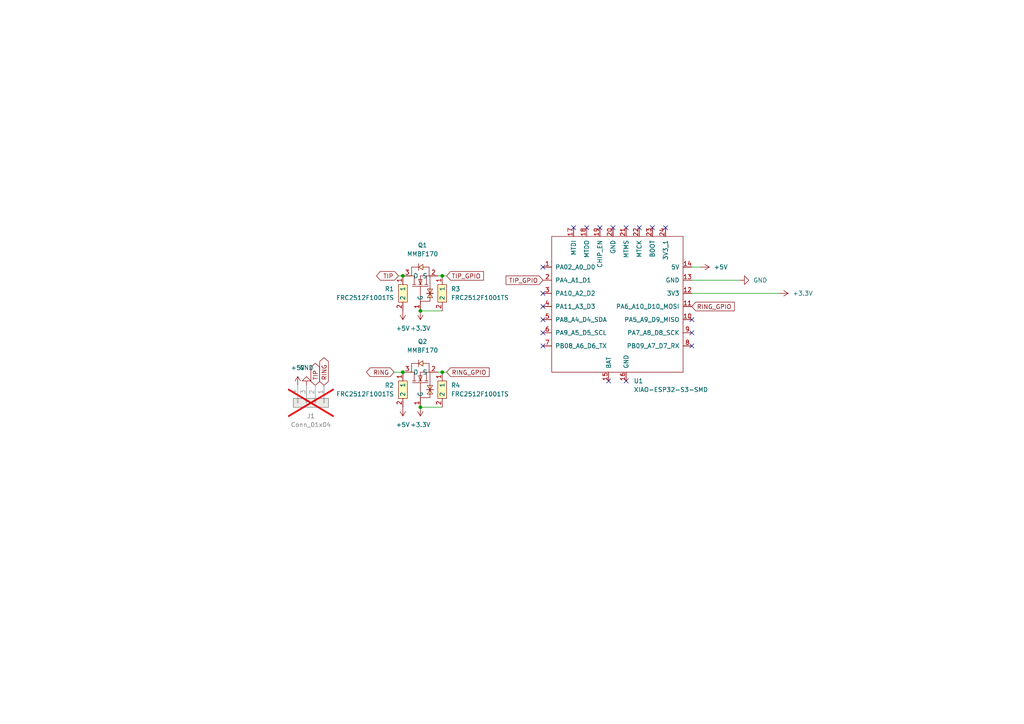
<source format=kicad_sch>
(kicad_sch (version 20250114) (generator "eeschema") (generator_version "9.0")
  (paper "A4")
  (lib_symbols
    (symbol "Connector_Generic:Conn_01x04" (pin_names (offset 1.016) (hide yes))
      (property "Reference" "J" (at 0 5.08 0))
      (property "Value" "Conn_01x04" (at 0 -7.62 0))
      (symbol "Conn_01x04_1_1"
        (rectangle (start -1.27 3.81) (end 1.27 -6.35) (stroke (width 0.254)) (fill (type background)))
        (rectangle (start -1.27 2.667) (end 0 2.413) (stroke (width 0.1524)))
        (rectangle (start -1.27 0.127) (end 0 -0.127) (stroke (width 0.1524)))
        (rectangle (start -1.27 -2.413) (end 0 -2.667) (stroke (width 0.1524)))
        (rectangle (start -1.27 -4.953) (end 0 -5.207) (stroke (width 0.1524)))
        (pin passive line (at -5.08 2.54 0) (length 3.81) (name "Pin_1") (number "1"))
        (pin passive line (at -5.08 0 0) (length 3.81) (name "Pin_2") (number "2"))
        (pin passive line (at -5.08 -2.54 0) (length 3.81) (name "Pin_3") (number "3"))
        (pin passive line (at -5.08 -5.08 0) (length 3.81) (name "Pin_4") (number "4"))
      )
    )
    (symbol "Seeed_Studio_XIAO_Series:XIAO-ESP32-C6-SMD" (pin_names (offset 1.016))
      (property "Reference" "U" (at -18.542 23.114 0))
      (property "Value" "XIAO-ESP32-S3-SMD" (at -8.382 21.336 0))
      (symbol "XIAO-ESP32-C6-SMD_0_1"
        (rectangle (start 19.05 -19.05) (end -19.05 20.32))
      )
      (symbol "XIAO-ESP32-C6-SMD_1_1"
        (pin passive line (at -21.59 11.43 0) (length 2.54) (name "PA02_A0_D0") (number "1"))
        (pin passive line (at -21.59 7.62 0) (length 2.54) (name "PA4_A1_D1") (number "2"))
        (pin passive line (at -21.59 3.81 0) (length 2.54) (name "PA10_A2_D2") (number "3"))
        (pin passive line (at -21.59 0 0) (length 2.54) (name "PA11_A3_D3") (number "4"))
        (pin passive line (at -21.59 -3.81 0) (length 2.54) (name "PA8_A4_D4_SDA") (number "5"))
        (pin passive line (at -21.59 -7.62 0) (length 2.54) (name "PA9_A5_D5_SCL") (number "6"))
        (pin passive line (at -21.59 -11.43 0) (length 2.54) (name "PB08_A6_D6_TX") (number "7"))
        (pin passive line (at -12.7 22.86 270) (length 2.54) (name "MTDI") (number "17"))
        (pin passive line (at -8.89 22.86 270) (length 2.54) (name "MTDO") (number "18"))
        (pin passive line (at -5.08 22.86 270) (length 2.54) (name "CHIP_EN") (number "19"))
        (pin passive line (at -2.54 -21.59 90) (length 2.54) (name "BAT") (number "15"))
        (pin passive line (at -1.27 22.86 270) (length 2.54) (name "GND") (number "20"))
        (pin passive line (at 2.54 22.86 270) (length 2.54) (name "MTMS") (number "21"))
        (pin passive line (at 2.54 -21.59 90) (length 2.54) (name "GND") (number "16"))
        (pin passive line (at 6.35 22.86 270) (length 2.54) (name "MTCK") (number "22"))
        (pin passive line (at 10.16 22.86 270) (length 2.54) (name "BOOT") (number "23"))
        (pin passive line (at 13.97 22.86 270) (length 2.54) (name "3V3_1") (number "24"))
        (pin passive line (at 21.59 11.43 180) (length 2.54) (name "5V") (number "14"))
        (pin passive line (at 21.59 7.62 180) (length 2.54) (name "GND") (number "13"))
        (pin passive line (at 21.59 3.81 180) (length 2.54) (name "3V3") (number "12"))
        (pin passive line (at 21.59 0 180) (length 2.54) (name "PA6_A10_D10_MOSI") (number "11"))
        (pin passive line (at 21.59 -3.81 180) (length 2.54) (name "PA5_A9_D9_MISO") (number "10"))
        (pin passive line (at 21.59 -7.62 180) (length 2.54) (name "PA7_A8_D8_SCK") (number "9"))
        (pin passive line (at 21.59 -11.43 180) (length 2.54) (name "PB09_A7_D7_RX") (number "8"))
      )
    )
    (symbol "easyeda2kicad:FRC2512F1001TS"
      (property "Reference" "R" (at 0 5.08 0))
      (property "Value" "FRC2512F1001TS" (at 0 -5.08 0))
      (symbol "FRC2512F1001TS_0_1"
        (rectangle (start -2.54 1.27) (end 2.54 -1.27) (fill (type background)))
        (pin unspecified line (at -5.08 0 0) (length 2.54) (name "1") (number "1"))
        (pin unspecified line (at 5.08 0 180) (length 2.54) (name "2") (number "2"))
      )
    )
    (symbol "easyeda2kicad:MMBF170"
      (property "Reference" "Q" (at 0 10.16 0))
      (property "Value" "MMBF170" (at 0 -10.16 0))
      (symbol "MMBF170_0_1"
        (polyline (pts (xy -3.81 0) (xy 0.76 0)))
        (polyline (pts (xy -3.56 -2.79) (xy -3.56 0)))
        (polyline (pts (xy -3.56 -2.79) (xy 3.81 -2.79)))
        (polyline (pts (xy -1.27 -1.78) (xy -1.27 -2.29) (xy -1.27 -3.3) (xy -1.27 -3.81)))
        (polyline (pts (xy -1.27 -2.79) (xy -2.54 -2.03) (xy -2.54 -3.56) (xy -1.27 -2.79)) (fill (type background)))
        (polyline (pts (xy -1.27 -2.79) (xy 0 -3.56) (xy 0 -2.03) (xy -1.27 -2.79)) (fill (type background)))
        (polyline (pts (xy -1.27 -3.81) (xy -1.27 -3.3) (xy -1.27 -2.29) (xy -1.27 -1.78)))
        (polyline (pts (xy 0.76 2.29) (xy 0.76 -2.29)))
        (polyline (pts (xy 1.27 2.29) (xy 1.27 1.27)))
        (polyline (pts (xy 1.27 1.78) (xy 3.81 1.78) (xy 3.81 2.54) (xy 6.35 2.54) (xy 6.35 0.51)))
        (polyline (pts (xy 1.27 0) (xy 2.79 -0.51) (xy 2.79 0.51) (xy 1.27 0)) (fill (type background)))
        (polyline (pts (xy 1.27 0) (xy 3.81 0) (xy 3.81 -2.54) (xy 6.35 -2.54) (xy 6.35 -0.76)))
        (polyline (pts (xy 1.27 -0.51) (xy 1.27 0.51)))
        (polyline (pts (xy 1.27 -2.29) (xy 1.27 -1.27)))
        (polyline (pts (xy 3.81 -1.78) (xy 1.27 -1.78)))
        (polyline (pts (xy 6.35 0.51) (xy 5.59 -0.76) (xy 7.11 -0.76) (xy 6.35 0.51)) (fill (type background)))
        (polyline (pts (xy 7.37 0.51) (xy 6.86 0.51) (xy 5.84 0.51) (xy 5.33 0.51)))
        (pin unspecified line (at -6.35 0 0) (length 2.54) (name "G") (number "1"))
        (pin unspecified line (at 3.81 5.08 270) (length 2.54) (name "D") (number "3"))
        (pin unspecified line (at 3.81 -5.08 90) (length 2.54) (name "S") (number "2"))
      )
    )
    (symbol "power:+3.3V" (power) (pin_names (offset 0))
      (property "Value" "+3.3V" (at 0 3.556 0))
      (symbol "+3.3V_0_1"
        (polyline (pts (xy -0.762 1.27) (xy 0 2.54)))
        (polyline (pts (xy 0 2.54) (xy 0.762 1.27)))
        (polyline (pts (xy 0 0) (xy 0 2.54)))
      )
      (symbol "+3.3V_1_1"
        (pin power_in line (at 0 0 90) (length 0) (hide yes) (name "+3.3V") (number "1"))
      )
    )
    (symbol "power:+5V" (power) (pin_names (offset 0))
      (property "Value" "+5V" (at 0 3.556 0))
      (symbol "+5V_0_1"
        (polyline (pts (xy -0.762 1.27) (xy 0 2.54)))
        (polyline (pts (xy 0 2.54) (xy 0.762 1.27)))
        (polyline (pts (xy 0 0) (xy 0 2.54)))
      )
      (symbol "+5V_1_1"
        (pin power_in line (at 0 0 90) (length 0) (hide yes) (name "+5V") (number "1"))
      )
    )
    (symbol "power:GND" (power) (pin_names (offset 0))
      (property "Value" "GND" (at 0 -3.81 0))
      (symbol "GND_0_1"
        (polyline (pts (xy 0 0) (xy 0 -1.27) (xy 1.27 -1.27) (xy 0 -2.54) (xy -1.27 -1.27) (xy 0 -1.27)))
      )
      (symbol "GND_1_1"
        (pin power_in line (at 0 0 270) (length 0) (hide yes) (name "GND") (number "1"))
      )
    )
  )
  (junction (at 128.27 107.95))
  (junction (at 116.84 80.01))
  (junction (at 121.92 90.17))
  (junction (at 121.92 118.11))
  (junction (at 116.84 107.95))
  (junction (at 128.27 80.01))
  (no_connect (at 157.48 77.47))
  (no_connect (at 170.18 66.04))
  (no_connect (at 166.37 66.04))
  (no_connect (at 176.53 110.49))
  (no_connect (at 157.48 88.9))
  (no_connect (at 173.99 66.04))
  (no_connect (at 157.48 100.33))
  (no_connect (at 200.66 96.52))
  (no_connect (at 200.66 100.33))
  (no_connect (at 157.48 85.09))
  (no_connect (at 200.66 92.71))
  (no_connect (at 193.04 66.04))
  (no_connect (at 177.8 66.04))
  (no_connect (at 185.42 66.04))
  (no_connect (at 181.61 110.49))
  (no_connect (at 157.48 96.52))
  (no_connect (at 157.48 92.71))
  (no_connect (at 181.61 66.04))
  (no_connect (at 189.23 66.04))
  (wire (pts (xy 128.27 118.11) (xy 121.92 118.11)))
  (wire (pts (xy 114.3 107.95) (xy 116.84 107.95)))
  (wire (pts (xy 203.2 77.47) (xy 200.66 77.47)))
  (wire (pts (xy 127 107.95) (xy 128.27 107.95)))
  (wire (pts (xy 128.27 80.01) (xy 127 80.01)))
  (wire (pts (xy 121.92 90.17) (xy 128.27 90.17)))
  (wire (pts (xy 115.57 80.01) (xy 116.84 80.01)))
  (wire (pts (xy 128.27 107.95) (xy 129.54 107.95)))
  (wire (pts (xy 128.27 80.01) (xy 129.54 80.01)))
  (wire (pts (xy 200.66 85.09) (xy 226.06 85.09)))
  (wire (pts (xy 200.66 81.28) (xy 214.63 81.28)))
  (global_label "TIP_GPIO" (shape input) (at 157.48 81.28 180) (property "Intersheetrefs" "${INTERSHEET_REFS}" (effects (hide yes))))
  (global_label "TIP" (shape bidirectional) (at 91.44 111.76 90) (property "Intersheetrefs" "TIP" (effects (hide yes))))
  (global_label "RING" (shape bidirectional) (at 114.3 107.95 180) (property "Intersheetrefs" "${INTERSHEET_REFS}" (effects (hide yes))))
  (global_label "TIP_GPIO" (shape input) (at 129.54 80.01 0) (property "Intersheetrefs" "${INTERSHEET_REFS}" (effects (hide yes))))
  (global_label "RING_GPIO" (shape input) (at 200.66 88.9 0) (property "Intersheetrefs" "${INTERSHEET_REFS}" (effects (hide yes))))
  (global_label "TIP" (shape bidirectional) (at 115.57 80.01 180) (property "Intersheetrefs" "TIP" (effects (hide yes))))
  (global_label "RING" (shape bidirectional) (at 93.98 111.76 90) (property "Intersheetrefs" "${INTERSHEET_REFS}" (effects (hide yes))))
  (global_label "RING_GPIO" (shape input) (at 129.54 107.95 0) (property "Intersheetrefs" "${INTERSHEET_REFS}" (effects (hide yes))))
  (symbol (lib_id "easyeda2kicad:MMBF170") (at 121.92 111.76 90) (unit 1)
    (property "Reference" "Q2" (at 122.555 99.06 90))
    (property "Value" "MMBF170" (at 122.555 101.6 90))
    (property "Footprint" "easyeda2kicad:SOT-23-3_L2.9-W1.6-P1.90-LS2.8-BR" (effects (hide yes)))
    (property "Datasheet" "https://lcsc.com/product-detail/MOSFET_MMBF170_C130879.html" (effects (hide yes)))
    (property "LCSC Part" "C130879" (effects (hide yes)))
  )
  (symbol (lib_id "easyeda2kicad:FRC2512F1001TS") (at 128.27 113.03 270) (unit 1)
    (property "Reference" "R4" (at 130.81 111.7599 90) (effects (justify left)))
    (property "Value" "FRC2512F1001TS" (at 130.81 114.2999 90) (effects (justify left)))
    (property "Footprint" "easyeda2kicad:R2512" (effects (hide yes)))
    (property "LCSC Part" "C2960683" (effects (hide yes)))
  )
  (symbol (lib_id "power:+3.3V") (at 226.06 85.09 270) (unit 1)
    (property "Reference" "#PWR03" (effects (hide yes)))
    (property "Value" "+3.3V" (at 229.87 85.09 90) (effects (justify left)))
  )
  (symbol (lib_id "easyeda2kicad:FRC2512F1001TS") (at 116.84 113.03 90) (mirror x) (unit 1)
    (property "Reference" "R2" (at 114.3 111.7599 90) (effects (justify left)))
    (property "Value" "FRC2512F1001TS" (at 114.3 114.2999 90) (effects (justify left)))
    (property "Footprint" "easyeda2kicad:R2512" (effects (hide yes)))
    (property "LCSC Part" "C2960683" (effects (hide yes)))
  )
  (symbol (lib_id "power:+5V") (at 86.36 111.76 0) (unit 1)
    (property "Reference" "#PWR06" (effects (hide yes)))
    (property "Value" "+5V" (at 86.36 106.68 0))
  )
  (symbol (lib_id "easyeda2kicad:FRC2512F1001TS") (at 128.27 85.09 270) (unit 1)
    (property "Reference" "R3" (at 130.81 83.8199 90) (effects (justify left)))
    (property "Value" "FRC2512F1001TS" (at 130.81 86.3599 90) (effects (justify left)))
    (property "Footprint" "easyeda2kicad:R2512" (effects (hide yes)))
    (property "LCSC Part" "C2960683" (effects (hide yes)))
  )
  (symbol (lib_id "power:+5V") (at 203.2 77.47 270) (unit 1)
    (property "Reference" "#PWR01" (effects (hide yes)))
    (property "Value" "+5V" (at 207.01 77.47 90) (effects (justify left)))
  )
  (symbol (lib_id "power:GND") (at 88.9 111.76 180) (unit 1)
    (property "Reference" "#PWR07" (effects (hide yes)))
    (property "Value" "GND" (at 88.9 106.68 0))
  )
  (symbol (lib_id "easyeda2kicad:MMBF170") (at 121.92 83.82 90) (unit 1)
    (property "Reference" "Q1" (at 122.555 71.12 90))
    (property "Value" "MMBF170" (at 122.555 73.66 90))
    (property "Footprint" "easyeda2kicad:SOT-23-3_L2.9-W1.6-P1.90-LS2.8-BR" (effects (hide yes)))
    (property "Datasheet" "https://lcsc.com/product-detail/MOSFET_MMBF170_C130879.html" (effects (hide yes)))
    (property "LCSC Part" "C130879" (effects (hide yes)))
  )
  (symbol (lib_id "easyeda2kicad:FRC2512F1001TS") (at 116.84 85.09 90) (mirror x) (unit 1)
    (property "Reference" "R1" (at 114.3 83.8199 90) (effects (justify left)))
    (property "Value" "FRC2512F1001TS" (at 114.3 86.3599 90) (effects (justify left)))
    (property "Footprint" "easyeda2kicad:R2512" (effects (hide yes)))
    (property "LCSC Part" "C2960683" (effects (hide yes)))
  )
  (symbol (lib_id "power:+5V") (at 116.84 90.17 180) (unit 1)
    (property "Reference" "#PWR04" (effects (hide yes)))
    (property "Value" "+5V" (at 116.84 95.25 0))
  )
  (symbol (lib_id "Connector_Generic:Conn_01x04") (at 91.44 116.84 270) (unit 1) (dnp yes)
    (property "Reference" "J1" (at 90.17 120.65 90))
    (property "Value" "Conn_01x04" (at 90.17 123.19 90))
    (property "Footprint" "Connector_PinHeader_2.54mm:PinHeader_1x04_P2.54mm_Vertical" (effects (hide yes)))
  )
  (symbol (lib_id "power:GND") (at 214.63 81.28 90) (unit 1)
    (property "Reference" "#PWR02" (effects (hide yes)))
    (property "Value" "GND" (at 218.44 81.28 90) (effects (justify right)))
  )
  (symbol (lib_id "power:+3.3V") (at 121.92 90.17 180) (unit 1)
    (property "Reference" "#PWR08" (effects (hide yes)))
    (property "Value" "+3.3V" (at 121.92 95.25 0))
  )
  (symbol (lib_id "power:+5V") (at 116.84 118.11 180) (unit 1)
    (property "Reference" "#PWR05" (effects (hide yes)))
    (property "Value" "+5V" (at 116.84 123.19 0))
  )
  (symbol (lib_id "Seeed_Studio_XIAO_Series:XIAO-ESP32-C6-SMD") (at 179.07 88.9 0) (unit 1)
    (property "Reference" "U1" (at 183.8041 110.49 0) (effects (justify left)))
    (property "Value" "XIAO-ESP32-S3-SMD" (at 183.8041 113.03 0) (effects (justify left)))
    (property "Footprint" "Seeed_Studio_XIAO_Series:XIAO-ESP32-C6-SMD" (effects (hide yes)))
    (property "Datasheet" "https://www.seeedstudio.com/Seeed-Studio-XIAO-ESP32C6-p-5884.html" (effects (hide yes)))
  )
  (symbol (lib_id "power:+3.3V") (at 121.92 118.11 180) (unit 1)
    (property "Reference" "#PWR09" (effects (hide yes)))
    (property "Value" "+3.3V" (at 121.92 123.19 0))
  )
)
</source>
